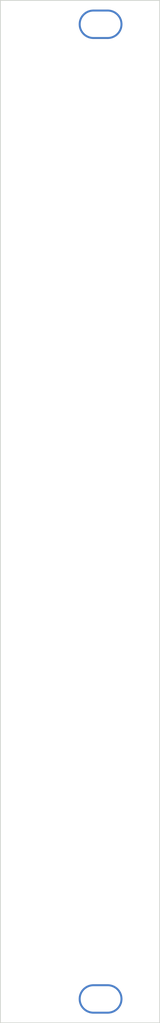
<source format=kicad_pcb>
(kicad_pcb (version 20211014) (generator pcbnew)
  (layers (0 "F.Cu" signal) (31 "B.Cu" signal) (34 "B.Paste" user) (35 "F.Paste" user) (36 "B.SilkS" user "B.Silkscreen") (37 "F.SilkS" user "F.Silkscreen") (38 "B.Mask" user) (39 "F.Mask" user) (44 "Edge.Cuts" user))
  (net 0 "")
  (footprint "" (layer "F.Cu") (at 12.58 125.5)
    (fp_text reference "" (at 0 0) (layer "F.SilkS") (effects (font (size 1.27 1.27))))
    (fp_text value "" (at 0 0) (layer "F.SilkS") (effects (font (size 1.27 1.27))))
    (pad "1" thru_hole oval (at 0 0) (size 5.5 3.7) (drill oval 5 3.2) (layers *.Cu *.Mask))
  )
  (footprint "" (layer "F.Cu") (at 12.58 3)
    (fp_text reference "" hide)
    (fp_text value "" hide)
    (pad "1" thru_hole oval (at 0 0) (size 5.5 3.7) (drill oval 5 3.2) (layers *.Cu *.Mask))
  )
  (gr_rect (start 0 0) (end 20 128.5) (layer "Edge.Cuts") (width 0.1) (fill none))
)
</source>
